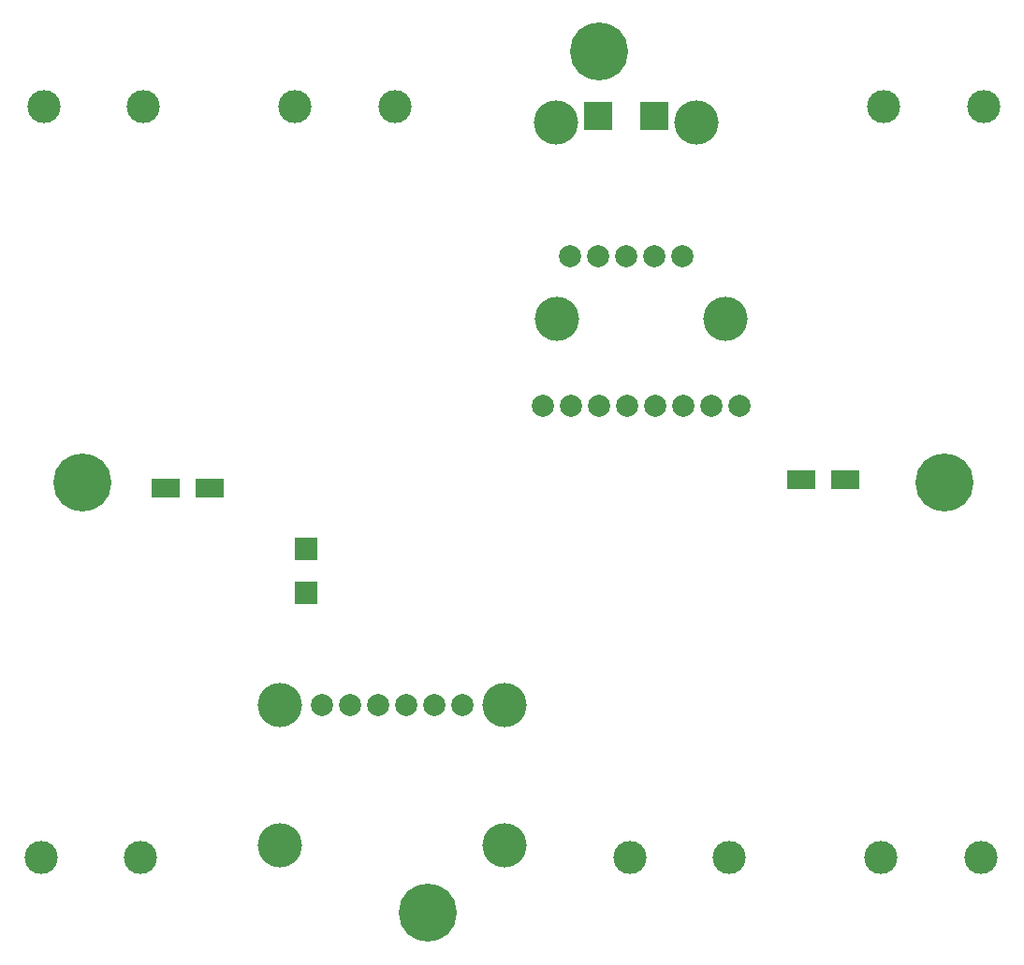
<source format=gbr>
%TF.GenerationSoftware,KiCad,Pcbnew,(5.1.10)-1*%
%TF.CreationDate,2022-06-07T21:04:52-07:00*%
%TF.ProjectId,solar-panel-side-Z,736f6c61-722d-4706-916e-656c2d736964,1.1*%
%TF.SameCoordinates,Original*%
%TF.FileFunction,Soldermask,Top*%
%TF.FilePolarity,Negative*%
%FSLAX46Y46*%
G04 Gerber Fmt 4.6, Leading zero omitted, Abs format (unit mm)*
G04 Created by KiCad (PCBNEW (5.1.10)-1) date 2022-06-07 21:04:52*
%MOMM*%
%LPD*%
G01*
G04 APERTURE LIST*
%ADD10C,3.000000*%
%ADD11R,2.000000X2.000000*%
%ADD12C,4.000000*%
%ADD13C,2.000000*%
%ADD14C,5.250000*%
%ADD15R,2.500000X1.700000*%
%ADD16R,2.500000X2.500000*%
G04 APERTURE END LIST*
D10*
%TO.C,SC5*%
X160000000Y-119000000D03*
X169000000Y-119000000D03*
%TD*%
D11*
%TO.C,J7*%
X130750000Y-95000000D03*
%TD*%
%TO.C,J6*%
X130750000Y-91000000D03*
%TD*%
D12*
%TO.C,U1*%
X128340000Y-105150000D03*
D13*
X137230000Y-105150000D03*
X134690000Y-105150000D03*
X132150000Y-105150000D03*
X144850000Y-105150000D03*
X139770000Y-105150000D03*
X142310000Y-105150000D03*
D12*
X148660000Y-105150000D03*
X128340000Y-117850000D03*
X148660000Y-117850000D03*
%TD*%
D14*
%TO.C,J5*%
X188500000Y-85000000D03*
%TD*%
%TO.C,J4*%
X157250000Y-46000000D03*
%TD*%
%TO.C,J3*%
X141750000Y-124000000D03*
%TD*%
%TO.C,J2*%
X110500000Y-85000000D03*
%TD*%
D15*
%TO.C,D2*%
X179500000Y-84750000D03*
X175500000Y-84750000D03*
%TD*%
%TO.C,D1*%
X118000000Y-85500000D03*
X122000000Y-85500000D03*
%TD*%
D12*
%TO.C,U3*%
X153380000Y-70190000D03*
X168620000Y-70190000D03*
D13*
X157190000Y-78064000D03*
X159730000Y-78064000D03*
X152110000Y-78064000D03*
X154650000Y-78064000D03*
X169890000Y-78064000D03*
X167350000Y-78064000D03*
X164810000Y-78064000D03*
X162270000Y-78064000D03*
%TD*%
D16*
%TO.C,U2*%
X162190000Y-51800000D03*
X157110000Y-51800000D03*
D12*
X166000000Y-52435000D03*
X153300000Y-52435000D03*
D13*
X154570000Y-64500000D03*
X157110000Y-64500000D03*
X164730000Y-64500000D03*
X162190000Y-64500000D03*
X159650000Y-64500000D03*
%TD*%
D10*
%TO.C,SC4*%
X191750000Y-119000000D03*
X182750000Y-119000000D03*
%TD*%
%TO.C,SC6*%
X115750000Y-119000000D03*
X106750000Y-119000000D03*
%TD*%
%TO.C,SC3*%
X183000000Y-51000000D03*
X192000000Y-51000000D03*
%TD*%
%TO.C,SC2*%
X138750000Y-51000000D03*
X129750000Y-51000000D03*
%TD*%
%TO.C,SC1*%
X116006000Y-51008000D03*
X107006000Y-51008000D03*
%TD*%
M02*

</source>
